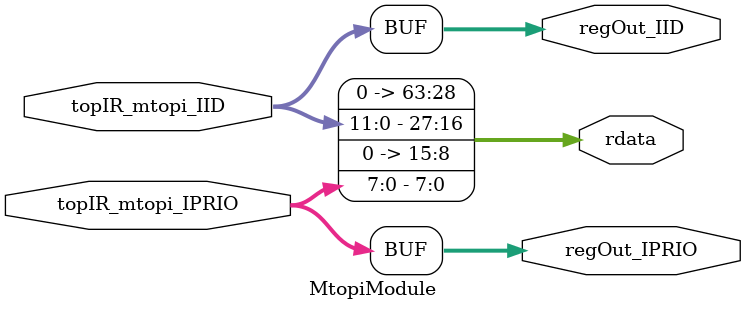
<source format=sv>
`ifndef RANDOMIZE
  `ifdef RANDOMIZE_MEM_INIT
    `define RANDOMIZE
  `endif // RANDOMIZE_MEM_INIT
`endif // not def RANDOMIZE
`ifndef RANDOMIZE
  `ifdef RANDOMIZE_REG_INIT
    `define RANDOMIZE
  `endif // RANDOMIZE_REG_INIT
`endif // not def RANDOMIZE

`ifndef RANDOM
  `define RANDOM $random
`endif // not def RANDOM

// Users can define INIT_RANDOM as general code that gets injected into the
// initializer block for modules with registers.
`ifndef INIT_RANDOM
  `define INIT_RANDOM
`endif // not def INIT_RANDOM

// If using random initialization, you can also define RANDOMIZE_DELAY to
// customize the delay used, otherwise 0.002 is used.
`ifndef RANDOMIZE_DELAY
  `define RANDOMIZE_DELAY 0.002
`endif // not def RANDOMIZE_DELAY

// Define INIT_RANDOM_PROLOG_ for use in our modules below.
`ifndef INIT_RANDOM_PROLOG_
  `ifdef RANDOMIZE
    `ifdef VERILATOR
      `define INIT_RANDOM_PROLOG_ `INIT_RANDOM
    `else  // VERILATOR
      `define INIT_RANDOM_PROLOG_ `INIT_RANDOM #`RANDOMIZE_DELAY begin end
    `endif // VERILATOR
  `else  // RANDOMIZE
    `define INIT_RANDOM_PROLOG_
  `endif // RANDOMIZE
`endif // not def INIT_RANDOM_PROLOG_

// Include register initializers in init blocks unless synthesis is set
`ifndef SYNTHESIS
  `ifndef ENABLE_INITIAL_REG_
    `define ENABLE_INITIAL_REG_
  `endif // not def ENABLE_INITIAL_REG_
`endif // not def SYNTHESIS

// Include rmemory initializers in init blocks unless synthesis is set
`ifndef SYNTHESIS
  `ifndef ENABLE_INITIAL_MEM_
    `define ENABLE_INITIAL_MEM_
  `endif // not def ENABLE_INITIAL_MEM_
`endif // not def SYNTHESIS

module MtopiModule(
  output [63:0] rdata,
  output [11:0] regOut_IID,
  output [7:0]  regOut_IPRIO,
  input  [11:0] topIR_mtopi_IID,
  input  [7:0]  topIR_mtopi_IPRIO
);

  assign rdata = {36'h0, topIR_mtopi_IID, 8'h0, topIR_mtopi_IPRIO};
  assign regOut_IID = topIR_mtopi_IID;
  assign regOut_IPRIO = topIR_mtopi_IPRIO;
endmodule


</source>
